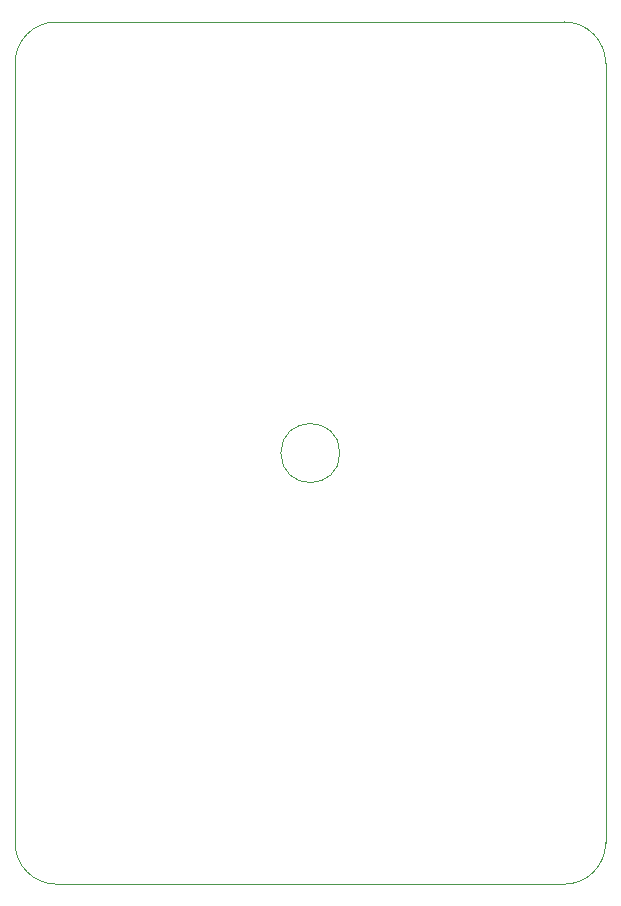
<source format=gbr>
%TF.GenerationSoftware,KiCad,Pcbnew,9.0.0*%
%TF.CreationDate,2025-06-11T13:28:55+03:00*%
%TF.ProjectId,motorControlBoard,6d6f746f-7243-46f6-9e74-726f6c426f61,rev?*%
%TF.SameCoordinates,Original*%
%TF.FileFunction,Profile,NP*%
%FSLAX46Y46*%
G04 Gerber Fmt 4.6, Leading zero omitted, Abs format (unit mm)*
G04 Created by KiCad (PCBNEW 9.0.0) date 2025-06-11 13:28:55*
%MOMM*%
%LPD*%
G01*
G04 APERTURE LIST*
%TA.AperFunction,Profile*%
%ADD10C,0.050000*%
%TD*%
G04 APERTURE END LIST*
D10*
X154500000Y-92500000D02*
X111500000Y-92500000D01*
X158000000Y-23000000D02*
X158000000Y-89000000D01*
X108000000Y-23000000D02*
G75*
G02*
X111500000Y-19500000I3500000J0D01*
G01*
X154500000Y-19500000D02*
G75*
G02*
X158000000Y-23000000I0J-3500000D01*
G01*
X135500000Y-56000000D02*
G75*
G02*
X130500000Y-56000000I-2500000J0D01*
G01*
X130500000Y-56000000D02*
G75*
G02*
X135500000Y-56000000I2500000J0D01*
G01*
X108000000Y-89000000D02*
X108000000Y-23000000D01*
X158000000Y-89000000D02*
G75*
G02*
X154500000Y-92500000I-3500000J0D01*
G01*
X111500000Y-92500000D02*
G75*
G02*
X108000000Y-89000000I0J3500000D01*
G01*
X111500000Y-19500000D02*
X154500000Y-19500000D01*
M02*

</source>
